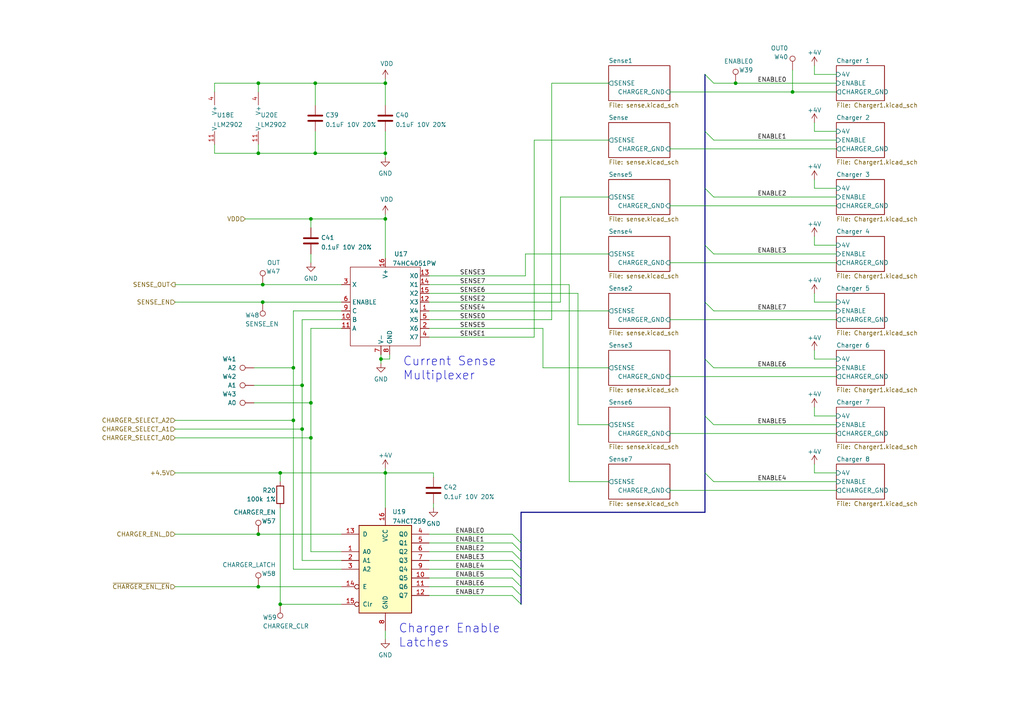
<source format=kicad_sch>
(kicad_sch (version 20211123) (generator eeschema)
  (paper "A4")
  (lib_symbols
    (symbol "74xx:74LS259" (pin_names (offset 1.016))
      (property "Reference" "U" (at -7.62 13.97 0))
      (property "Value" "74LS259" (at -7.62 -13.97 0))
      (symbol "74LS259_1_0"
        (pin input line (at -12.7 5.08 0) (length 5.08) (name "A0") (number "1"))
        (pin output line (at 12.7 -2.54 180) (length 5.08) (name "Q5") (number "10"))
        (pin output line (at 12.7 -5.08 180) (length 5.08) (name "Q6") (number "11"))
        (pin output line (at 12.7 -7.62 180) (length 5.08) (name "Q7") (number "12"))
        (pin input line (at -12.7 10.16 0) (length 5.08) (name "D") (number "13"))
        (pin input inverted (at -12.7 -5.08 0) (length 5.08) (name "E") (number "14"))
        (pin input inverted (at -12.7 -10.16 0) (length 5.08) (name "Clr") (number "15"))
        (pin power_in line (at 0 17.78 270) (length 5.08) (name "VCC") (number "16"))
        (pin input line (at -12.7 2.54 0) (length 5.08) (name "A1") (number "2"))
        (pin input line (at -12.7 0 0) (length 5.08) (name "A2") (number "3"))
        (pin output line (at 12.7 10.16 180) (length 5.08) (name "Q0") (number "4"))
        (pin output line (at 12.7 7.62 180) (length 5.08) (name "Q1") (number "5"))
        (pin output line (at 12.7 5.08 180) (length 5.08) (name "Q2") (number "6"))
        (pin output line (at 12.7 2.54 180) (length 5.08) (name "Q3") (number "7"))
        (pin power_in line (at 0 -17.78 90) (length 5.08) (name "GND") (number "8"))
        (pin output line (at 12.7 0 180) (length 5.08) (name "Q4") (number "9"))
      )
      (symbol "74LS259_1_1"
        (rectangle (start -7.62 12.7) (end 7.62 -12.7) (stroke (width 0.254)) (fill (type background)))
      )
    )
    (symbol "Amplifier_Operational:LM2902" (pin_names (offset 0.127))
      (property "Reference" "U" (at 0 5.08 0))
      (property "Value" "LM2902" (at 0 -5.08 0))
      (symbol "LM2902_1_1"
        (polyline (pts (xy -5.08 5.08) (xy 5.08 0) (xy -5.08 -5.08) (xy -5.08 5.08)) (stroke (width 0.254)) (fill (type background)))
        (pin output line (at 7.62 0 180) (length 2.54) (name "~") (number "1"))
        (pin input line (at -7.62 -2.54 0) (length 2.54) (name "-") (number "2"))
        (pin input line (at -7.62 2.54 0) (length 2.54) (name "+") (number "3"))
      )
      (symbol "LM2902_2_1"
        (polyline (pts (xy -5.08 5.08) (xy 5.08 0) (xy -5.08 -5.08) (xy -5.08 5.08)) (stroke (width 0.254)) (fill (type background)))
        (pin input line (at -7.62 2.54 0) (length 2.54) (name "+") (number "5"))
        (pin input line (at -7.62 -2.54 0) (length 2.54) (name "-") (number "6"))
        (pin output line (at 7.62 0 180) (length 2.54) (name "~") (number "7"))
      )
      (symbol "LM2902_3_1"
        (polyline (pts (xy -5.08 5.08) (xy 5.08 0) (xy -5.08 -5.08) (xy -5.08 5.08)) (stroke (width 0.254)) (fill (type background)))
        (pin input line (at -7.62 2.54 0) (length 2.54) (name "+") (number "10"))
        (pin output line (at 7.62 0 180) (length 2.54) (name "~") (number "8"))
        (pin input line (at -7.62 -2.54 0) (length 2.54) (name "-") (number "9"))
      )
      (symbol "LM2902_4_1"
        (polyline (pts (xy -5.08 5.08) (xy 5.08 0) (xy -5.08 -5.08) (xy -5.08 5.08)) (stroke (width 0.254)) (fill (type background)))
        (pin input line (at -7.62 2.54 0) (length 2.54) (name "+") (number "12"))
        (pin input line (at -7.62 -2.54 0) (length 2.54) (name "-") (number "13"))
        (pin output line (at 7.62 0 180) (length 2.54) (name "~") (number "14"))
      )
      (symbol "LM2902_5_1"
        (pin power_in line (at -2.54 -7.62 90) (length 3.81) (name "V-") (number "11"))
        (pin power_in line (at -2.54 7.62 270) (length 3.81) (name "V+") (number "4"))
      )
    )
    (symbol "Device:C" (pin_numbers hide) (pin_names (offset 0.254))
      (property "Reference" "C" (at 0.635 2.54 0))
      (property "Value" "C" (at 0.635 -2.54 0))
      (symbol "C_0_1"
        (polyline (pts (xy -2.032 -0.762) (xy 2.032 -0.762)) (stroke (width 0.508)))
        (polyline (pts (xy -2.032 0.762) (xy 2.032 0.762)) (stroke (width 0.508)))
      )
      (symbol "C_1_1"
        (pin passive line (at 0 3.81 270) (length 2.794) (name "~") (number "1"))
        (pin passive line (at 0 -3.81 90) (length 2.794) (name "~") (number "2"))
      )
    )
    (symbol "Device:R" (pin_numbers hide) (pin_names (offset 0))
      (property "Reference" "R" (at 2.032 0 90))
      (property "Value" "R" (at 0 0 90))
      (symbol "R_0_1"
        (rectangle (start -1.016 -2.54) (end 1.016 2.54) (stroke (width 0.254)))
      )
      (symbol "R_1_1"
        (pin passive line (at 0 3.81 270) (length 1.27) (name "~") (number "1"))
        (pin passive line (at 0 -3.81 90) (length 1.27) (name "~") (number "2"))
      )
    )
    (symbol "Pixels-dice:DG4051E"
      (property "Reference" "U" (at 7.62 -12.7 0))
      (property "Value" "DG4051E" (at 5.08 12.7 0))
      (symbol "DG4051E_0_1"
        (rectangle (start -10.16 11.43) (end 10.16 -11.43))
      )
      (symbol "DG4051E_1_1"
        (pin bidirectional line (at 12.7 -1.27 180) (length 2.54) (name "X4") (number "1"))
        (pin input line (at -12.7 -3.81 0) (length 2.54) (name "B") (number "10"))
        (pin input line (at -12.7 -6.35 0) (length 2.54) (name "A") (number "11"))
        (pin bidirectional line (at 12.7 1.27 180) (length 2.54) (name "X3") (number "12"))
        (pin bidirectional line (at 12.7 8.89 180) (length 2.54) (name "X0") (number "13"))
        (pin bidirectional line (at 12.7 6.35 180) (length 2.54) (name "X1") (number "14"))
        (pin bidirectional line (at 12.7 3.81 180) (length 2.54) (name "X2") (number "15"))
        (pin power_in line (at 0 13.97 270) (length 2.54) (name "V+") (number "16"))
        (pin bidirectional line (at 12.7 -6.35 180) (length 2.54) (name "X6") (number "2"))
        (pin bidirectional line (at -12.7 6.35 0) (length 2.54) (name "X") (number "3"))
        (pin bidirectional line (at 12.7 -8.89 180) (length 2.54) (name "X7") (number "4"))
        (pin bidirectional line (at 12.7 -3.81 180) (length 2.54) (name "X5") (number "5"))
        (pin input line (at -12.7 1.27 0) (length 2.54) (name "ENABLE") (number "6"))
        (pin power_in line (at -1.27 -13.97 90) (length 2.54) (name "V-") (number "7"))
        (pin power_in line (at 1.27 -13.97 90) (length 2.54) (name "GND") (number "8"))
        (pin input line (at -12.7 -1.27 0) (length 2.54) (name "C") (number "9"))
      )
    )
    (symbol "Pixels-dice:TEST_1P-conn" (pin_numbers hide) (pin_names (offset 0.762) hide)
      (property "Reference" "W" (at 0 6.858 0))
      (property "Value" "TEST_1P-conn" (at 0 5.08 0))
      (symbol "TEST_1P-conn_0_1"
        (circle (center 0 3.302) (radius 0.762))
      )
      (symbol "TEST_1P-conn_1_1"
        (pin passive line (at 0 0 90) (length 2.54) (name "1") (number "1"))
      )
    )
    (symbol "power:+4V" (power) (pin_names (offset 0))
      (property "Value" "+4V" (at 0 3.556 0))
      (symbol "+4V_0_1"
        (polyline (pts (xy -0.762 1.27) (xy 0 2.54)))
        (polyline (pts (xy 0 0) (xy 0 2.54)))
        (polyline (pts (xy 0 2.54) (xy 0.762 1.27)))
      )
      (symbol "+4V_1_1"
        (pin power_in line (at 0 0 90) (length 0) hide (name "+4V") (number "1"))
      )
    )
    (symbol "power:GND" (power) (pin_names (offset 0))
      (property "Value" "GND" (at 0 -3.81 0))
      (symbol "GND_0_1"
        (polyline (pts (xy 0 0) (xy 0 -1.27) (xy 1.27 -1.27) (xy 0 -2.54) (xy -1.27 -1.27) (xy 0 -1.27)))
      )
      (symbol "GND_1_1"
        (pin power_in line (at 0 0 270) (length 0) hide (name "GND") (number "1"))
      )
    )
    (symbol "power:VDD" (power) (pin_names (offset 0))
      (property "Value" "VDD" (at 0 3.81 0))
      (symbol "VDD_0_1"
        (polyline (pts (xy -0.762 1.27) (xy 0 2.54)))
        (polyline (pts (xy 0 0) (xy 0 2.54)))
        (polyline (pts (xy 0 2.54) (xy 0.762 1.27)))
      )
      (symbol "VDD_1_1"
        (pin power_in line (at 0 0 90) (length 0) hide (name "VDD") (number "1"))
      )
    )
  )
  (junction (at 91.44 24.13))
  (junction (at 91.44 44.45))
  (junction (at 90.17 127))
  (junction (at 90.17 63.5))
  (junction (at 81.28 175.26))
  (junction (at 111.76 63.5))
  (junction (at 74.93 44.45))
  (junction (at 90.17 116.84))
  (junction (at 74.93 170.18))
  (junction (at 110.49 104.14))
  (junction (at 87.63 124.46))
  (junction (at 87.63 111.76))
  (junction (at 76.2 87.63))
  (junction (at 229.87 26.67))
  (junction (at 74.93 154.94))
  (junction (at 111.76 24.13))
  (junction (at 111.76 44.45))
  (junction (at 81.28 137.16))
  (junction (at 76.2 82.55))
  (junction (at 85.09 121.92))
  (junction (at 85.09 106.68))
  (junction (at 74.93 24.13))
  (junction (at 213.36 24.13))
  (junction (at 111.76 137.16))
  (bus_entry (at 148.59 170.18) (size 2.54 2.54))
  (bus_entry (at 148.59 162.56) (size 2.54 2.54))
  (bus_entry (at 148.59 157.48) (size 2.54 2.54))
  (bus_entry (at 148.59 154.94) (size 2.54 2.54))
  (bus_entry (at 148.59 160.02) (size 2.54 2.54))
  (bus_entry (at 148.59 172.72) (size 2.54 2.54))
  (bus_entry (at 148.59 167.64) (size 2.54 2.54))
  (bus_entry (at 148.59 165.1) (size 2.54 2.54))
  (bus_entry (at 204.47 21.59) (size 2.54 2.54))
  (bus_entry (at 207.01 40.64) (size -2.54 -2.54))
  (bus_entry (at 207.01 57.15) (size -2.54 -2.54))
  (bus_entry (at 207.01 73.66) (size -2.54 -2.54))
  (bus_entry (at 207.01 106.68) (size -2.54 -2.54))
  (bus_entry (at 207.01 90.17) (size -2.54 -2.54))
  (bus_entry (at 207.01 139.7) (size -2.54 -2.54))
  (bus_entry (at 207.01 123.19) (size -2.54 -2.54))
  (wire (pts (xy 194.31 43.18) (xy 242.57 43.18)))
  (wire (pts (xy 110.49 102.87) (xy 110.49 104.14)))
  (wire (pts (xy 85.09 121.92) (xy 85.09 165.1)))
  (wire (pts (xy 194.31 142.24) (xy 242.57 142.24)))
  (wire (pts (xy 90.17 63.5) (xy 90.17 66.04)))
  (bus (pts (xy 204.47 38.1) (xy 204.47 54.61)))
  (wire (pts (xy 91.44 24.13) (xy 74.93 24.13)))
  (wire (pts (xy 81.28 137.16) (xy 81.28 139.7)))
  (wire (pts (xy 62.23 41.91) (xy 62.23 44.45)))
  (wire (pts (xy 207.01 123.19) (xy 242.57 123.19)))
  (wire (pts (xy 207.01 90.17) (xy 242.57 90.17)))
  (wire (pts (xy 74.93 170.18) (xy 99.06 170.18)))
  (wire (pts (xy 73.66 106.68) (xy 85.09 106.68)))
  (wire (pts (xy 111.76 62.23) (xy 111.76 63.5)))
  (wire (pts (xy 207.01 139.7) (xy 242.57 139.7)))
  (wire (pts (xy 73.66 116.84) (xy 90.17 116.84)))
  (wire (pts (xy 50.8 154.94) (xy 74.93 154.94)))
  (wire (pts (xy 194.31 92.71) (xy 242.57 92.71)))
  (wire (pts (xy 125.73 138.43) (xy 125.73 137.16)))
  (wire (pts (xy 124.46 154.94) (xy 148.59 154.94)))
  (wire (pts (xy 176.53 40.64) (xy 154.94 40.64)))
  (wire (pts (xy 124.46 165.1) (xy 148.59 165.1)))
  (wire (pts (xy 74.93 154.94) (xy 99.06 154.94)))
  (bus (pts (xy 204.47 137.16) (xy 204.47 148.59)))
  (wire (pts (xy 236.22 87.63) (xy 242.57 87.63)))
  (wire (pts (xy 176.53 57.15) (xy 162.56 57.15)))
  (wire (pts (xy 87.63 111.76) (xy 87.63 92.71)))
  (bus (pts (xy 204.47 71.12) (xy 204.47 87.63)))
  (wire (pts (xy 74.93 24.13) (xy 62.23 24.13)))
  (wire (pts (xy 236.22 85.09) (xy 236.22 87.63)))
  (wire (pts (xy 111.76 182.88) (xy 111.76 185.42)))
  (wire (pts (xy 236.22 21.59) (xy 242.57 21.59)))
  (wire (pts (xy 91.44 38.1) (xy 91.44 44.45)))
  (wire (pts (xy 124.46 172.72) (xy 148.59 172.72)))
  (wire (pts (xy 90.17 116.84) (xy 90.17 95.25)))
  (wire (pts (xy 236.22 19.05) (xy 236.22 21.59)))
  (wire (pts (xy 194.31 76.2) (xy 242.57 76.2)))
  (wire (pts (xy 81.28 147.32) (xy 81.28 175.26)))
  (wire (pts (xy 160.02 24.13) (xy 160.02 92.71)))
  (wire (pts (xy 113.03 104.14) (xy 110.49 104.14)))
  (bus (pts (xy 151.13 167.64) (xy 151.13 170.18)))
  (wire (pts (xy 236.22 120.65) (xy 242.57 120.65)))
  (wire (pts (xy 76.2 82.55) (xy 99.06 82.55)))
  (wire (pts (xy 236.22 137.16) (xy 242.57 137.16)))
  (wire (pts (xy 154.94 40.64) (xy 154.94 97.79)))
  (wire (pts (xy 85.09 165.1) (xy 99.06 165.1)))
  (wire (pts (xy 81.28 175.26) (xy 99.06 175.26)))
  (wire (pts (xy 124.46 162.56) (xy 148.59 162.56)))
  (wire (pts (xy 236.22 68.58) (xy 236.22 71.12)))
  (wire (pts (xy 236.22 52.07) (xy 236.22 54.61)))
  (wire (pts (xy 236.22 35.56) (xy 236.22 38.1)))
  (wire (pts (xy 76.2 87.63) (xy 99.06 87.63)))
  (bus (pts (xy 151.13 157.48) (xy 151.13 160.02)))
  (wire (pts (xy 50.8 127) (xy 90.17 127)))
  (bus (pts (xy 151.13 165.1) (xy 151.13 167.64)))
  (wire (pts (xy 111.76 137.16) (xy 125.73 137.16)))
  (bus (pts (xy 151.13 160.02) (xy 151.13 162.56)))
  (wire (pts (xy 124.46 92.71) (xy 160.02 92.71)))
  (wire (pts (xy 87.63 124.46) (xy 87.63 111.76)))
  (wire (pts (xy 236.22 38.1) (xy 242.57 38.1)))
  (wire (pts (xy 194.31 59.69) (xy 242.57 59.69)))
  (wire (pts (xy 124.46 167.64) (xy 148.59 167.64)))
  (wire (pts (xy 90.17 127) (xy 90.17 160.02)))
  (wire (pts (xy 236.22 71.12) (xy 242.57 71.12)))
  (wire (pts (xy 85.09 106.68) (xy 85.09 90.17)))
  (wire (pts (xy 236.22 118.11) (xy 236.22 120.65)))
  (wire (pts (xy 124.46 87.63) (xy 162.56 87.63)))
  (wire (pts (xy 176.53 73.66) (xy 152.4 73.66)))
  (wire (pts (xy 111.76 135.89) (xy 111.76 137.16)))
  (wire (pts (xy 87.63 124.46) (xy 87.63 162.56)))
  (bus (pts (xy 204.47 104.14) (xy 204.47 120.65)))
  (wire (pts (xy 236.22 54.61) (xy 242.57 54.61)))
  (wire (pts (xy 124.46 97.79) (xy 154.94 97.79)))
  (wire (pts (xy 73.66 111.76) (xy 87.63 111.76)))
  (bus (pts (xy 151.13 170.18) (xy 151.13 172.72)))
  (wire (pts (xy 125.73 147.32) (xy 125.73 146.05)))
  (bus (pts (xy 204.47 87.63) (xy 204.47 104.14)))
  (wire (pts (xy 111.76 24.13) (xy 111.76 30.48)))
  (wire (pts (xy 50.8 137.16) (xy 81.28 137.16)))
  (wire (pts (xy 110.49 104.14) (xy 110.49 105.41)))
  (bus (pts (xy 151.13 148.59) (xy 204.47 148.59)))
  (wire (pts (xy 91.44 24.13) (xy 111.76 24.13)))
  (wire (pts (xy 90.17 160.02) (xy 99.06 160.02)))
  (bus (pts (xy 151.13 172.72) (xy 151.13 175.26)))
  (wire (pts (xy 124.46 90.17) (xy 176.53 90.17)))
  (wire (pts (xy 236.22 101.6) (xy 236.22 104.14)))
  (bus (pts (xy 151.13 162.56) (xy 151.13 165.1)))
  (wire (pts (xy 242.57 26.67) (xy 229.87 26.67)))
  (wire (pts (xy 90.17 73.66) (xy 90.17 76.2)))
  (wire (pts (xy 74.93 24.13) (xy 74.93 26.67)))
  (wire (pts (xy 194.31 125.73) (xy 242.57 125.73)))
  (wire (pts (xy 111.76 63.5) (xy 111.76 74.93)))
  (wire (pts (xy 165.1 139.7) (xy 165.1 82.55)))
  (wire (pts (xy 152.4 73.66) (xy 152.4 80.01)))
  (wire (pts (xy 157.48 106.68) (xy 157.48 95.25)))
  (wire (pts (xy 176.53 24.13) (xy 160.02 24.13)))
  (wire (pts (xy 194.31 26.67) (xy 229.87 26.67)))
  (wire (pts (xy 81.28 137.16) (xy 111.76 137.16)))
  (wire (pts (xy 113.03 102.87) (xy 113.03 104.14)))
  (wire (pts (xy 71.12 63.5) (xy 90.17 63.5)))
  (wire (pts (xy 207.01 57.15) (xy 242.57 57.15)))
  (wire (pts (xy 50.8 82.55) (xy 76.2 82.55)))
  (bus (pts (xy 204.47 120.65) (xy 204.47 137.16)))
  (wire (pts (xy 167.64 123.19) (xy 167.64 85.09)))
  (wire (pts (xy 62.23 24.13) (xy 62.23 26.67)))
  (wire (pts (xy 207.01 40.64) (xy 242.57 40.64)))
  (wire (pts (xy 162.56 57.15) (xy 162.56 87.63)))
  (wire (pts (xy 124.46 95.25) (xy 157.48 95.25)))
  (wire (pts (xy 124.46 85.09) (xy 167.64 85.09)))
  (wire (pts (xy 111.76 137.16) (xy 111.76 147.32)))
  (wire (pts (xy 176.53 106.68) (xy 157.48 106.68)))
  (wire (pts (xy 85.09 121.92) (xy 85.09 106.68)))
  (wire (pts (xy 50.8 121.92) (xy 85.09 121.92)))
  (wire (pts (xy 152.4 80.01) (xy 124.46 80.01)))
  (wire (pts (xy 207.01 73.66) (xy 242.57 73.66)))
  (wire (pts (xy 50.8 87.63) (xy 76.2 87.63)))
  (wire (pts (xy 111.76 22.86) (xy 111.76 24.13)))
  (wire (pts (xy 91.44 30.48) (xy 91.44 24.13)))
  (wire (pts (xy 90.17 95.25) (xy 99.06 95.25)))
  (wire (pts (xy 176.53 139.7) (xy 165.1 139.7)))
  (wire (pts (xy 87.63 162.56) (xy 99.06 162.56)))
  (wire (pts (xy 236.22 104.14) (xy 242.57 104.14)))
  (wire (pts (xy 236.22 134.62) (xy 236.22 137.16)))
  (wire (pts (xy 74.93 41.91) (xy 74.93 44.45)))
  (bus (pts (xy 204.47 21.59) (xy 204.47 38.1)))
  (wire (pts (xy 74.93 44.45) (xy 91.44 44.45)))
  (wire (pts (xy 207.01 106.68) (xy 242.57 106.68)))
  (wire (pts (xy 50.8 124.46) (xy 87.63 124.46)))
  (wire (pts (xy 207.01 24.13) (xy 213.36 24.13)))
  (wire (pts (xy 62.23 44.45) (xy 74.93 44.45)))
  (wire (pts (xy 124.46 170.18) (xy 148.59 170.18)))
  (wire (pts (xy 111.76 44.45) (xy 111.76 45.72)))
  (bus (pts (xy 151.13 157.48) (xy 151.13 148.59)))
  (wire (pts (xy 91.44 44.45) (xy 111.76 44.45)))
  (wire (pts (xy 90.17 127) (xy 90.17 116.84)))
  (wire (pts (xy 111.76 38.1) (xy 111.76 44.45)))
  (wire (pts (xy 124.46 157.48) (xy 148.59 157.48)))
  (wire (pts (xy 90.17 63.5) (xy 111.76 63.5)))
  (wire (pts (xy 229.87 26.67) (xy 229.87 20.32)))
  (wire (pts (xy 85.09 90.17) (xy 99.06 90.17)))
  (wire (pts (xy 213.36 24.13) (xy 242.57 24.13)))
  (wire (pts (xy 194.31 109.22) (xy 242.57 109.22)))
  (wire (pts (xy 87.63 92.71) (xy 99.06 92.71)))
  (wire (pts (xy 124.46 160.02) (xy 148.59 160.02)))
  (wire (pts (xy 50.8 170.18) (xy 74.93 170.18)))
  (wire (pts (xy 124.46 82.55) (xy 165.1 82.55)))
  (bus (pts (xy 204.47 54.61) (xy 204.47 71.12)))
  (wire (pts (xy 176.53 123.19) (xy 167.64 123.19)))
  (text "Charger Enable\nLatches" (at 115.57 187.96 0) (effects (font (size 2.54 2.54)) (justify left bottom)))
  (text "Current Sense\nMultiplexer" (at 116.84 110.49 0) (effects (font (size 2.54 2.54)) (justify left bottom)))
  (label "SENSE7" (at 133.35 82.55 0))
  (label "SENSE6" (at 133.35 85.09 0))
  (label "SENSE1" (at 133.35 97.79 0))
  (label "ENABLE1" (at 219.71 40.64 0))
  (label "ENABLE2" (at 219.71 57.15 0))
  (label "ENABLE6" (at 132.08 170.18 0))
  (label "ENABLE2" (at 132.08 160.02 0))
  (label "ENABLE4" (at 132.08 165.1 0))
  (label "SENSE2" (at 133.35 87.63 0))
  (label "SENSE4" (at 133.35 90.17 0))
  (label "ENABLE0" (at 132.08 154.94 0))
  (label "SENSE0" (at 133.35 92.71 0))
  (label "ENABLE0" (at 219.71 24.13 0))
  (label "ENABLE3" (at 132.08 162.56 0))
  (label "ENABLE6" (at 219.71 106.68 0))
  (label "SENSE3" (at 133.35 80.01 0))
  (label "ENABLE7" (at 132.08 172.72 0))
  (label "ENABLE3" (at 219.71 73.66 0))
  (label "ENABLE5" (at 132.08 167.64 0))
  (label "SENSE5" (at 133.35 95.25 0))
  (label "ENABLE4" (at 219.71 139.7 0))
  (label "ENABLE7" (at 219.71 90.17 0))
  (label "ENABLE5" (at 219.71 123.19 0))
  (label "ENABLE1" (at 132.08 157.48 0))
  (hierarchical_label "CHARGER_SELECT_A1" (shape input) (at 50.8 124.46 180))
  (hierarchical_label "CHARGER_SELECT_A2" (shape input) (at 50.8 121.92 180))
  (hierarchical_label "SENSE_OUT" (shape output) (at 50.8 82.55 180))
  (hierarchical_label "CHARGER_SELECT_A0" (shape input) (at 50.8 127 180))
  (hierarchical_label "~{CHARGER_ENL_EN}" (shape input) (at 50.8 170.18 180))
  (hierarchical_label "+4.5V" (shape input) (at 50.8 137.16 180))
  (hierarchical_label "VDD" (shape input) (at 71.12 63.5 180))
  (hierarchical_label "CHARGER_ENL_D" (shape input) (at 50.8 154.94 180))
  (hierarchical_label "SENSE_EN" (shape input) (at 50.8 87.63 180))
  (symbol (lib_id "74xx:74LS259") (at 111.76 165.1 0) (unit 1)
    (property "Reference" "U19" (at 113.7794 148.4335 0) (effects (justify left)))
    (property "Value" "74HCT259" (at 113.7794 151.2086 0) (effects (justify left)))
    (property "Footprint" "Package_SO:SSOP-16_4.4x5.2mm_P0.65mm" (effects hide))
    (property "Datasheet" "http://www.ti.com/lit/gpn/sn74LS259" (effects hide))
    (property "Manufacturer" "Nexperia" (effects hide))
    (property "Manufacturer Part Number" "74HCT259D" (effects hide))
    (property "Generic OK" "NO" (effects hide))
  )
  (symbol (lib_id "Pixels-dice:TEST_1P-conn") (at 76.2 82.55 0) (mirror y) (unit 1)
    (property "Reference" "W47" (at 81.28 78.74 0) (effects (justify left)))
    (property "Value" "OUT" (at 81.28 76.2 0) (effects (justify left)))
    (property "Footprint" "Pixels-dice:TestPoint_THTPad_1.5x1.5mm_Drill0.7mm" (effects hide))
  )
  (symbol (lib_id "Pixels-dice:TEST_1P-conn") (at 81.28 175.26 0) (mirror x) (unit 1)
    (property "Reference" "W59" (at 76.2 179.07 0) (effects (justify left)))
    (property "Value" "CHARGER_CLR" (at 76.2 181.61 0) (effects (justify left)))
    (property "Footprint" "Pixels-dice:TEST_PIN" (effects hide))
  )
  (symbol (lib_id "Pixels-dice:DG4051E") (at 111.76 88.9 0) (unit 1)
    (property "Reference" "U17" (at 114.3 73.66 0) (effects (justify left)))
    (property "Value" "74HC4051PW" (at 113.7794 76.4056 0) (effects (justify left)))
    (property "Footprint" "Package_SO:SSOP-16_4.4x5.2mm_P0.65mm" (effects hide))
    (property "Manufacturer" "Nexperia" (effects hide))
    (property "Manufacturer Part Number" "74HC4051PW,118" (effects hide))
    (property "Generic OK" "NO" (effects hide))
  )
  (symbol (lib_id "power:+4V") (at 236.22 52.07 0) (unit 1)
    (property "Reference" "#PWR034" (effects hide))
    (property "Value" "+4V" (at 236.22 48.26 0))
  )
  (symbol (lib_id "power:GND") (at 125.73 147.32 0) (unit 1)
    (property "Reference" "#PWR055" (effects hide))
    (property "Value" "GND" (at 125.73 151.8825 0))
  )
  (symbol (lib_id "power:+4V") (at 236.22 134.62 0) (unit 1)
    (property "Reference" "#PWR051" (effects hide))
    (property "Value" "+4V" (at 236.22 131.0155 0))
  )
  (symbol (lib_id "power:+4V") (at 236.22 19.05 0) (unit 1)
    (property "Reference" "#PWR027" (effects hide))
    (property "Value" "+4V" (at 236.22 15.24 0))
  )
  (symbol (lib_id "power:GND") (at 110.49 105.41 0) (unit 1)
    (property "Reference" "#PWR046" (effects hide))
    (property "Value" "GND" (at 110.49 109.9725 0))
  )
  (symbol (lib_id "power:VDD") (at 111.76 22.86 0) (unit 1)
    (property "Reference" "#PWR029" (effects hide))
    (property "Value" "VDD" (at 112.1918 18.4658 0))
  )
  (symbol (lib_id "Pixels-dice:TEST_1P-conn") (at 73.66 116.84 90) (mirror x) (unit 1)
    (property "Reference" "W43" (at 68.58 114.3 90) (effects (justify left)))
    (property "Value" "A0" (at 68.58 116.84 90) (effects (justify left)))
    (property "Footprint" "Pixels-dice:TestPoint_THTPad_1.5x1.5mm_Drill0.7mm" (effects hide))
  )
  (symbol (lib_id "power:VDD") (at 111.76 62.23 0) (unit 1)
    (property "Reference" "#PWR039" (effects hide))
    (property "Value" "VDD" (at 112.1918 57.8358 0))
  )
  (symbol (lib_id "power:+4V") (at 236.22 35.56 0) (unit 1)
    (property "Reference" "#PWR030" (effects hide))
    (property "Value" "+4V" (at 236.22 31.9555 0))
  )
  (symbol (lib_id "Pixels-dice:TEST_1P-conn") (at 76.2 87.63 0) (mirror x) (unit 1)
    (property "Reference" "W48" (at 71.12 91.44 0) (effects (justify left)))
    (property "Value" "SENSE_EN" (at 71.12 93.98 0) (effects (justify left)))
    (property "Footprint" "Pixels-dice:TestPoint_THTPad_1.5x1.5mm_Drill0.7mm" (effects hide))
  )
  (symbol (lib_id "Pixels-dice:TEST_1P-conn") (at 74.93 154.94 0) (mirror y) (unit 1)
    (property "Reference" "W57" (at 80.01 151.13 0) (effects (justify left)))
    (property "Value" "CHARGER_EN" (at 80.01 148.59 0) (effects (justify left)))
    (property "Footprint" "Pixels-dice:TestPoint_THTPad_1.5x1.5mm_Drill0.7mm" (effects hide))
  )
  (symbol (lib_id "Device:C") (at 91.44 34.29 0) (unit 1)
    (property "Reference" "C39" (at 94.361 33.3815 0) (effects (justify left)))
    (property "Value" "0.1uF 10V 20%" (at 94.361 36.1566 0) (effects (justify left)))
    (property "Footprint" "Capacitor_SMD:C_0402_1005Metric" (effects hide))
    (property "Manufacturer" "Murata" (effects hide))
    (property "Manufacturer Part Number" "GRM155R61H104KE19D" (effects hide))
    (property "Generic OK" "YES" (effects hide))
  )
  (symbol (lib_id "power:GND") (at 111.76 45.72 0) (unit 1)
    (property "Reference" "#PWR032" (effects hide))
    (property "Value" "GND" (at 111.76 50.2825 0))
  )
  (symbol (lib_id "Pixels-dice:TEST_1P-conn") (at 229.87 20.32 0) (mirror y) (unit 1)
    (property "Reference" "W40" (at 228.6 16.51 0) (effects (justify left)))
    (property "Value" "OUT0" (at 228.6 13.97 0) (effects (justify left)))
    (property "Footprint" "Pixels-dice:TestPoint_THTPad_1.5x1.5mm_Drill0.7mm" (effects hide))
  )
  (symbol (lib_id "power:GND") (at 90.17 76.2 0) (unit 1)
    (property "Reference" "#PWR0112" (effects hide))
    (property "Value" "GND" (at 90.17 80.7625 0))
  )
  (symbol (lib_id "Device:R") (at 81.28 143.51 0) (unit 1)
    (property "Reference" "R20" (at 80.01 142.24 0) (effects (justify right)))
    (property "Value" "100k 1%" (at 80.01 144.78 0) (effects (justify right)))
    (property "Footprint" "Resistor_SMD:R_0402_1005Metric" (effects hide))
    (property "Manufacturer" "UNI-ROYAL(Uniroyal Elec)" (effects hide))
    (property "Manufacturer Part Number" "0402WGF1003TCE" (effects hide))
    (property "Generic OK" "YES" (effects hide))
  )
  (symbol (lib_id "power:+4V") (at 236.22 101.6 0) (unit 1)
    (property "Reference" "#PWR044" (effects hide))
    (property "Value" "+4V" (at 236.22 97.9955 0))
  )
  (symbol (lib_id "power:GND") (at 111.76 185.42 0) (unit 1)
    (property "Reference" "#PWR057" (effects hide))
    (property "Value" "GND" (at 111.76 189.9825 0))
  )
  (symbol (lib_id "Pixels-dice:TEST_1P-conn") (at 73.66 111.76 90) (mirror x) (unit 1)
    (property "Reference" "W42" (at 68.58 109.22 90) (effects (justify left)))
    (property "Value" "A1" (at 68.58 111.76 90) (effects (justify left)))
    (property "Footprint" "Pixels-dice:TestPoint_THTPad_1.5x1.5mm_Drill0.7mm" (effects hide))
  )
  (symbol (lib_id "Device:C") (at 90.17 69.85 0) (unit 1)
    (property "Reference" "C41" (at 93.091 68.9415 0) (effects (justify left)))
    (property "Value" "0.1uF 10V 20%" (at 93.091 71.7166 0) (effects (justify left)))
    (property "Footprint" "Capacitor_SMD:C_0402_1005Metric" (effects hide))
    (property "Manufacturer" "Murata" (effects hide))
    (property "Manufacturer Part Number" "GRM155R61H104KE19D" (effects hide))
    (property "Generic OK" "YES" (effects hide))
  )
  (symbol (lib_id "power:+4V") (at 236.22 118.11 0) (unit 1)
    (property "Reference" "#PWR048" (effects hide))
    (property "Value" "+4V" (at 236.22 114.3 0))
  )
  (symbol (lib_id "power:+4V") (at 111.76 135.89 0) (unit 1)
    (property "Reference" "#PWR052" (effects hide))
    (property "Value" "+4V" (at 111.76 132.08 0))
  )
  (symbol (lib_id "Pixels-dice:TEST_1P-conn") (at 73.66 106.68 90) (mirror x) (unit 1)
    (property "Reference" "W41" (at 68.58 104.14 90) (effects (justify left)))
    (property "Value" "A2" (at 68.58 106.68 90) (effects (justify left)))
    (property "Footprint" "Pixels-dice:TestPoint_THTPad_1.5x1.5mm_Drill0.7mm" (effects hide))
  )
  (symbol (lib_id "Amplifier_Operational:LM2902") (at 77.47 34.29 0) (unit 5)
    (property "Reference" "U20" (at 75.565 33.3815 0) (effects (justify left)))
    (property "Value" "LM2902" (at 75.565 36.1566 0) (effects (justify left)))
    (property "Footprint" "Package_SO:TSSOP-14_4.4x5mm_P0.65mm" (effects hide))
    (property "Datasheet" "http://www.ti.com/lit/ds/symlink/lm2902-n.pdf" (effects hide))
    (property "Manufacturer" "Texas Instrument" (effects hide))
    (property "Manufacturer Part Number" "LM2902PWR" (effects hide))
  )
  (symbol (lib_id "Pixels-dice:TEST_1P-conn") (at 74.93 170.18 0) (mirror y) (unit 1)
    (property "Reference" "W58" (at 80.01 166.37 0) (effects (justify left)))
    (property "Value" "CHARGER_LATCH" (at 80.01 163.83 0) (effects (justify left)))
    (property "Footprint" "Pixels-dice:TestPoint_THTPad_1.5x1.5mm_Drill0.7mm" (effects hide))
  )
  (symbol (lib_id "Device:C") (at 111.76 34.29 0) (unit 1)
    (property "Reference" "C40" (at 114.681 33.3815 0) (effects (justify left)))
    (property "Value" "0.1uF 10V 20%" (at 114.681 36.1566 0) (effects (justify left)))
    (property "Footprint" "Capacitor_SMD:C_0402_1005Metric" (effects hide))
    (property "Manufacturer" "Murata" (effects hide))
    (property "Manufacturer Part Number" "GRM155R61H104KE19D" (effects hide))
    (property "Generic OK" "YES" (effects hide))
  )
  (symbol (lib_id "power:+4V") (at 236.22 68.58 0) (unit 1)
    (property "Reference" "#PWR037" (effects hide))
    (property "Value" "+4V" (at 236.22 64.9755 0))
  )
  (symbol (lib_id "Amplifier_Operational:LM2902") (at 64.77 34.29 0) (unit 5)
    (property "Reference" "U18" (at 62.865 33.3815 0) (effects (justify left)))
    (property "Value" "LM2902" (at 62.865 36.1566 0) (effects (justify left)))
    (property "Footprint" "Package_SO:TSSOP-14_4.4x5mm_P0.65mm" (effects hide))
    (property "Datasheet" "http://www.ti.com/lit/ds/symlink/lm2902-n.pdf" (effects hide))
    (property "Manufacturer" "Texas Instrument" (effects hide))
    (property "Manufacturer Part Number" "LM2902PWR" (effects hide))
  )
  (symbol (lib_id "Device:C") (at 125.73 142.24 0) (unit 1)
    (property "Reference" "C42" (at 128.651 141.3315 0) (effects (justify left)))
    (property "Value" "0.1uF 10V 20%" (at 128.651 144.1066 0) (effects (justify left)))
    (property "Footprint" "Capacitor_SMD:C_0402_1005Metric" (effects hide))
    (property "Manufacturer" "Murata" (effects hide))
    (property "Manufacturer Part Number" "GRM155R61H104KE19D" (effects hide))
    (property "Generic OK" "YES" (effects hide))
  )
  (symbol (lib_id "Pixels-dice:TEST_1P-conn") (at 213.36 24.13 0) (mirror y) (unit 1)
    (property "Reference" "W39" (at 218.44 20.32 0) (effects (justify left)))
    (property "Value" "ENABLE0" (at 218.44 17.78 0) (effects (justify left)))
    (property "Footprint" "Pixels-dice:TestPoint_THTPad_1.5x1.5mm_Drill0.7mm" (effects hide))
  )
  (symbol (lib_id "power:+4V") (at 236.22 85.09 0) (unit 1)
    (property "Reference" "#PWR041" (effects hide))
    (property "Value" "+4V" (at 236.22 81.28 0))
  )
  (sheet (at 176.53 118.11) (size 17.78 10.16) (stroke (width 0.1524))
    (property "Sheet name" "Sense6" (at 176.53 117.3984 0) (effects (justify left bottom)))
    (property "Sheet file" "sense.kicad_sch" (at 176.53 128.8546 0) (effects (justify left top)))
    (pin "SENSE" output (at 176.53 123.19 180))
    (pin "CHARGER_GND" input (at 194.31 125.73 0))
  )
  (sheet (at 176.53 19.05) (size 17.78 10.16) (stroke (width 0.1524))
    (property "Sheet name" "Sense1" (at 176.53 18.3384 0) (effects (justify left bottom)))
    (property "Sheet file" "sense.kicad_sch" (at 176.53 29.7946 0) (effects (justify left top)))
    (pin "SENSE" output (at 176.53 24.13 180))
    (pin "CHARGER_GND" input (at 194.31 26.67 0))
  )
  (sheet (at 176.53 35.56) (size 17.78 10.16) (stroke (width 0.1524))
    (property "Sheet name" "Sense" (at 176.53 34.8484 0) (effects (justify left bottom)))
    (property "Sheet file" "sense.kicad_sch" (at 176.53 46.3046 0) (effects (justify left top)))
    (pin "SENSE" output (at 176.53 40.64 180))
    (pin "CHARGER_GND" input (at 194.31 43.18 0))
  )
  (sheet (at 176.53 52.07) (size 17.78 10.16) (stroke (width 0.1524))
    (property "Sheet name" "Sense5" (at 176.53 51.3584 0) (effects (justify left bottom)))
    (property "Sheet file" "sense.kicad_sch" (at 176.53 62.8146 0) (effects (justify left top)))
    (pin "SENSE" output (at 176.53 57.15 180))
    (pin "CHARGER_GND" input (at 194.31 59.69 0))
  )
  (sheet (at 176.53 85.09) (size 17.78 10.16) (stroke (width 0.1524))
    (property "Sheet name" "Sense2" (at 176.53 84.3784 0) (effects (justify left bottom)))
    (property "Sheet file" "sense.kicad_sch" (at 176.53 95.8346 0) (effects (justify left top)))
    (pin "SENSE" output (at 176.53 90.17 180))
    (pin "CHARGER_GND" input (at 194.31 92.71 0))
  )
  (sheet (at 242.57 118.11) (size 13.97 10.16) (stroke (width 0.1524))
    (property "Sheet name" "Charger 7" (at 242.57 117.3984 0) (effects (justify left bottom)))
    (property "Sheet file" "Charger1.kicad_sch" (at 242.57 128.8546 0) (effects (justify left top)))
    (pin "4V" input (at 242.57 120.65 180))
    (pin "ENABLE" input (at 242.57 123.19 180))
    (pin "CHARGER_GND" output (at 242.57 125.73 180))
  )
  (sheet (at 242.57 68.58) (size 13.97 10.16) (stroke (width 0.1524))
    (property "Sheet name" "Charger 4" (at 242.57 67.8684 0) (effects (justify left bottom)))
    (property "Sheet file" "Charger1.kicad_sch" (at 242.57 79.3246 0) (effects (justify left top)))
    (pin "4V" input (at 242.57 71.12 180))
    (pin "ENABLE" input (at 242.57 73.66 180))
    (pin "CHARGER_GND" output (at 242.57 76.2 180))
  )
  (sheet (at 242.57 19.05) (size 13.97 10.16) (stroke (width 0.1524))
    (property "Sheet name" "Charger 1" (at 242.57 18.3384 0) (effects (justify left bottom)))
    (property "Sheet file" "Charger1.kicad_sch" (at 242.57 29.7946 0) (effects (justify left top)))
    (pin "4V" input (at 242.57 21.59 180))
    (pin "ENABLE" input (at 242.57 24.13 180))
    (pin "CHARGER_GND" output (at 242.57 26.67 180))
  )
  (sheet (at 242.57 85.09) (size 13.97 10.16) (stroke (width 0.1524))
    (property "Sheet name" "Charger 5" (at 242.57 84.3784 0) (effects (justify left bottom)))
    (property "Sheet file" "Charger1.kicad_sch" (at 242.57 95.8346 0) (effects (justify left top)))
    (pin "4V" input (at 242.57 87.63 180))
    (pin "ENABLE" input (at 242.57 90.17 180))
    (pin "CHARGER_GND" output (at 242.57 92.71 180))
  )
  (sheet (at 242.57 35.56) (size 13.97 10.16) (stroke (width 0.1524))
    (property "Sheet name" "Charger 2" (at 242.57 34.8484 0) (effects (justify left bottom)))
    (property "Sheet file" "Charger1.kicad_sch" (at 242.57 46.3046 0) (effects (justify left top)))
    (pin "4V" input (at 242.57 38.1 180))
    (pin "ENABLE" input (at 242.57 40.64 180))
    (pin "CHARGER_GND" output (at 242.57 43.18 180))
  )
  (sheet (at 176.53 101.6) (size 17.78 10.16) (stroke (width 0.1524))
    (property "Sheet name" "Sense3" (at 176.53 100.8884 0) (effects (justify left bottom)))
    (property "Sheet file" "sense.kicad_sch" (at 176.53 112.3446 0) (effects (justify left top)))
    (pin "SENSE" output (at 176.53 106.68 180))
    (pin "CHARGER_GND" input (at 194.31 109.22 0))
  )
  (sheet (at 242.57 101.6) (size 13.97 10.16) (stroke (width 0.1524))
    (property "Sheet name" "Charger 6" (at 242.57 100.8884 0) (effects (justify left bottom)))
    (property "Sheet file" "Charger1.kicad_sch" (at 242.57 112.3446 0) (effects (justify left top)))
    (pin "4V" input (at 242.57 104.14 180))
    (pin "ENABLE" input (at 242.57 106.68 180))
    (pin "CHARGER_GND" output (at 242.57 109.22 180))
  )
  (sheet (at 242.57 52.07) (size 13.97 10.16) (stroke (width 0.1524))
    (property "Sheet name" "Charger 3" (at 242.57 51.3584 0) (effects (justify left bottom)))
    (property "Sheet file" "Charger1.kicad_sch" (at 242.57 62.8146 0) (effects (justify left top)))
    (pin "4V" input (at 242.57 54.61 180))
    (pin "ENABLE" input (at 242.57 57.15 180))
    (pin "CHARGER_GND" output (at 242.57 59.69 180))
  )
  (sheet (at 242.57 134.62) (size 13.97 10.16) (stroke (width 0.1524))
    (property "Sheet name" "Charger 8" (at 242.57 133.9084 0) (effects (justify left bottom)))
    (property "Sheet file" "Charger1.kicad_sch" (at 242.57 145.3646 0) (effects (justify left top)))
    (pin "4V" input (at 242.57 137.16 180))
    (pin "ENABLE" input (at 242.57 139.7 180))
    (pin "CHARGER_GND" output (at 242.57 142.24 180))
  )
  (sheet (at 176.53 134.62) (size 17.78 10.16) (stroke (width 0.1524))
    (property "Sheet name" "Sense7" (at 176.53 133.9084 0) (effects (justify left bottom)))
    (property "Sheet file" "sense.kicad_sch" (at 176.53 145.3646 0) (effects (justify left top)))
    (pin "SENSE" output (at 176.53 139.7 180))
    (pin "CHARGER_GND" input (at 194.31 142.24 0))
  )
  (sheet (at 176.53 68.58) (size 17.78 10.16) (stroke (width 0.1524))
    (property "Sheet name" "Sense4" (at 176.53 67.8684 0) (effects (justify left bottom)))
    (property "Sheet file" "sense.kicad_sch" (at 176.53 79.3246 0) (effects (justify left top)))
    (pin "SENSE" output (at 176.53 73.66 180))
    (pin "CHARGER_GND" input (at 194.31 76.2 0))
  )
)
</source>
